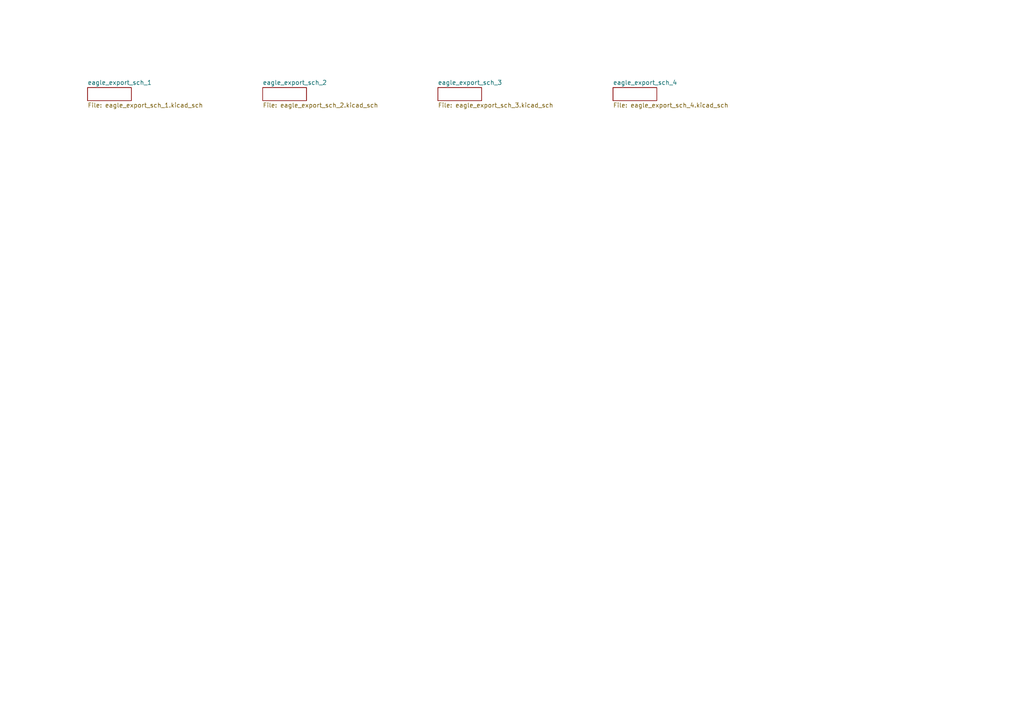
<source format=kicad_sch>
(kicad_sch
	(version 20231120)
	(generator "eeschema")
	(generator_version "8.0")
	(uuid "39ed7a5e-bc43-4fbf-a913-3c48ed2769e8")
	(paper "A4")
	(lib_symbols)
	(sheet
		(at 25.4 25.4)
		(size 12.7 3.81)
		(fields_autoplaced yes)
		(stroke
			(width 0)
			(type solid)
		)
		(fill
			(color 0 0 0 0.0000)
		)
		(uuid "ba8d6b82-0a97-4e13-86d0-9fc3a7543038")
		(property "Sheetname" "eagle_export_sch_1"
			(at 25.4 24.6884 0)
			(effects
				(font
					(size 1.27 1.27)
				)
				(justify left bottom)
			)
		)
		(property "Sheetfile" "eagle_export_sch_1.kicad_sch"
			(at 25.4 29.7946 0)
			(effects
				(font
					(size 1.27 1.27)
				)
				(justify left top)
			)
		)
		(instances
			(project "Monsoon"
				(path "/39ed7a5e-bc43-4fbf-a913-3c48ed2769e8"
					(page "1")
				)
			)
		)
	)
	(sheet
		(at 76.2 25.4)
		(size 12.7 3.81)
		(fields_autoplaced yes)
		(stroke
			(width 0)
			(type solid)
		)
		(fill
			(color 0 0 0 0.0000)
		)
		(uuid "bc48477a-9937-462d-98b7-07c364bf789f")
		(property "Sheetname" "eagle_export_sch_2"
			(at 76.2 24.6884 0)
			(effects
				(font
					(size 1.27 1.27)
				)
				(justify left bottom)
			)
		)
		(property "Sheetfile" "eagle_export_sch_2.kicad_sch"
			(at 76.2 29.7946 0)
			(effects
				(font
					(size 1.27 1.27)
				)
				(justify left top)
			)
		)
		(instances
			(project "Monsoon"
				(path "/39ed7a5e-bc43-4fbf-a913-3c48ed2769e8"
					(page "2")
				)
			)
		)
	)
	(sheet
		(at 177.8 25.4)
		(size 12.7 3.81)
		(fields_autoplaced yes)
		(stroke
			(width 0)
			(type solid)
		)
		(fill
			(color 0 0 0 0.0000)
		)
		(uuid "cbfb2fdb-bcb1-44df-939a-b36adb620c29")
		(property "Sheetname" "eagle_export_sch_4"
			(at 177.8 24.6884 0)
			(effects
				(font
					(size 1.27 1.27)
				)
				(justify left bottom)
			)
		)
		(property "Sheetfile" "eagle_export_sch_4.kicad_sch"
			(at 177.8 29.7946 0)
			(effects
				(font
					(size 1.27 1.27)
				)
				(justify left top)
			)
		)
		(instances
			(project "Monsoon"
				(path "/39ed7a5e-bc43-4fbf-a913-3c48ed2769e8"
					(page "4")
				)
			)
		)
	)
	(sheet
		(at 127 25.4)
		(size 12.7 3.81)
		(fields_autoplaced yes)
		(stroke
			(width 0)
			(type solid)
		)
		(fill
			(color 0 0 0 0.0000)
		)
		(uuid "e102d455-7614-4593-85b6-72814a177eca")
		(property "Sheetname" "eagle_export_sch_3"
			(at 127 24.6884 0)
			(effects
				(font
					(size 1.27 1.27)
				)
				(justify left bottom)
			)
		)
		(property "Sheetfile" "eagle_export_sch_3.kicad_sch"
			(at 127 29.7946 0)
			(effects
				(font
					(size 1.27 1.27)
				)
				(justify left top)
			)
		)
		(instances
			(project "Monsoon"
				(path "/39ed7a5e-bc43-4fbf-a913-3c48ed2769e8"
					(page "3")
				)
			)
		)
	)
	(sheet_instances
		(path "/"
			(page "1")
		)
	)
)
</source>
